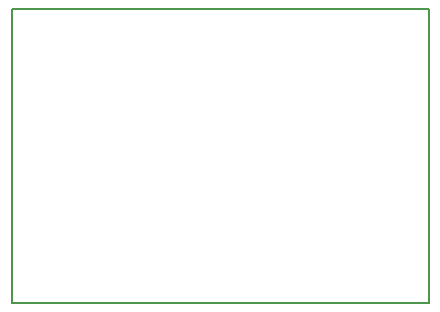
<source format=gm1>
G04 MADE WITH FRITZING*
G04 WWW.FRITZING.ORG*
G04 DOUBLE SIDED*
G04 HOLES PLATED*
G04 CONTOUR ON CENTER OF CONTOUR VECTOR*
%ASAXBY*%
%FSLAX23Y23*%
%MOIN*%
%OFA0B0*%
%SFA1.0B1.0*%
%ADD10R,1.398310X0.989858*%
%ADD11C,0.008000*%
%ADD10C,0.008*%
%LNCONTOUR*%
G90*
G70*
G54D10*
G54D11*
X4Y986D02*
X1394Y986D01*
X1394Y4D01*
X4Y4D01*
X4Y986D01*
D02*
G04 End of contour*
M02*
</source>
